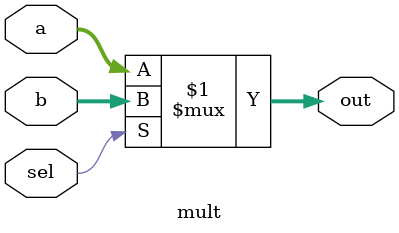
<source format=v>

`timescale 1ns / 100ps

module mult(a,b,sel,out);
	input [23:0]a;
	input [23:0]b;
    input sel;

	output wire [23:0] out ;

	assign out=(sel)? b:a;                


endmodule

</source>
